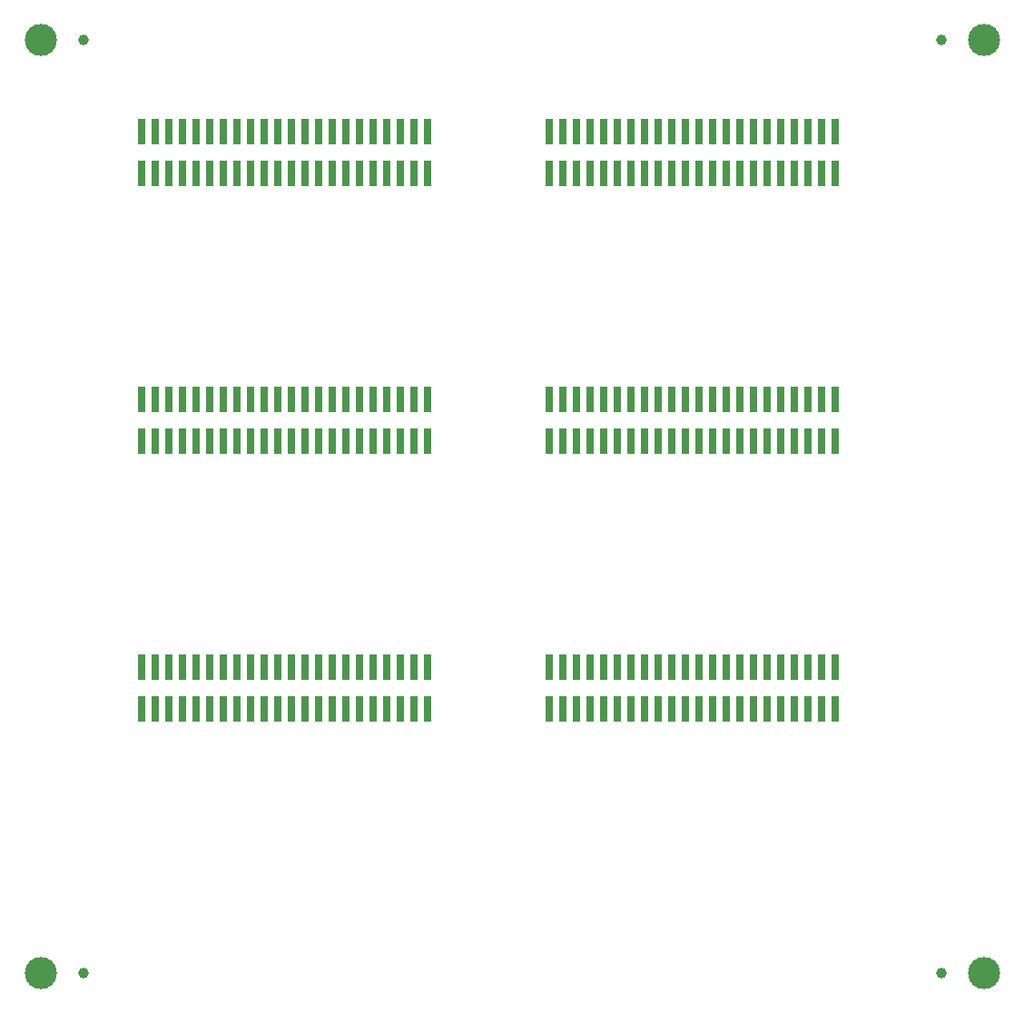
<source format=gbs>
G04 #@! TF.GenerationSoftware,KiCad,Pcbnew,6.0.7-f9a2dced07~116~ubuntu22.04.1*
G04 #@! TF.CreationDate,2022-09-22T09:51:42+10:00*
G04 #@! TF.ProjectId,panel,70616e65-6c2e-46b6-9963-61645f706362,rev?*
G04 #@! TF.SameCoordinates,Original*
G04 #@! TF.FileFunction,Soldermask,Bot*
G04 #@! TF.FilePolarity,Negative*
%FSLAX46Y46*%
G04 Gerber Fmt 4.6, Leading zero omitted, Abs format (unit mm)*
G04 Created by KiCad (PCBNEW 6.0.7-f9a2dced07~116~ubuntu22.04.1) date 2022-09-22 09:51:42*
%MOMM*%
%LPD*%
G01*
G04 APERTURE LIST*
%ADD10C,3.000000*%
%ADD11R,0.740000X2.400000*%
%ADD12C,1.000000*%
G04 APERTURE END LIST*
D10*
X20000000Y-20000000D03*
X108000000Y-20000000D03*
X20000000Y-107000000D03*
X108000000Y-107000000D03*
D11*
X56135000Y-32400000D03*
X56135000Y-28500000D03*
X54865000Y-32400000D03*
X54865000Y-28500000D03*
X53595000Y-32400000D03*
X53595000Y-28500000D03*
X52325000Y-32400000D03*
X52325000Y-28500000D03*
X51055000Y-32400000D03*
X51055000Y-28500000D03*
X49785000Y-32400000D03*
X49785000Y-28500000D03*
X48515000Y-32400000D03*
X48515000Y-28500000D03*
X47245000Y-32400000D03*
X47245000Y-28500000D03*
X45975000Y-32400000D03*
X45975000Y-28500000D03*
X44705000Y-32400000D03*
X44705000Y-28500000D03*
X43435000Y-32400000D03*
X43435000Y-28500000D03*
X42165000Y-32400000D03*
X42165000Y-28500000D03*
X40895000Y-32400000D03*
X40895000Y-28500000D03*
X39625000Y-32400000D03*
X39625000Y-28500000D03*
X38355000Y-32400000D03*
X38355000Y-28500000D03*
X37085000Y-32400000D03*
X37085000Y-28500000D03*
X35815000Y-32400000D03*
X35815000Y-28500000D03*
X34545000Y-32400000D03*
X34545000Y-28500000D03*
X33275000Y-32400000D03*
X33275000Y-28500000D03*
X32005000Y-32400000D03*
X32005000Y-28500000D03*
X30735000Y-32400000D03*
X30735000Y-28500000D03*
X29465000Y-32400000D03*
X29465000Y-28500000D03*
D12*
X104000000Y-107000000D03*
X24000000Y-20000000D03*
D11*
X94135000Y-82400000D03*
X94135000Y-78500000D03*
X92865000Y-82400000D03*
X92865000Y-78500000D03*
X91595000Y-82400000D03*
X91595000Y-78500000D03*
X90325000Y-82400000D03*
X90325000Y-78500000D03*
X89055000Y-82400000D03*
X89055000Y-78500000D03*
X87785000Y-82400000D03*
X87785000Y-78500000D03*
X86515000Y-82400000D03*
X86515000Y-78500000D03*
X85245000Y-82400000D03*
X85245000Y-78500000D03*
X83975000Y-82400000D03*
X83975000Y-78500000D03*
X82705000Y-82400000D03*
X82705000Y-78500000D03*
X81435000Y-82400000D03*
X81435000Y-78500000D03*
X80165000Y-82400000D03*
X80165000Y-78500000D03*
X78895000Y-82400000D03*
X78895000Y-78500000D03*
X77625000Y-82400000D03*
X77625000Y-78500000D03*
X76355000Y-82400000D03*
X76355000Y-78500000D03*
X75085000Y-82400000D03*
X75085000Y-78500000D03*
X73815000Y-82400000D03*
X73815000Y-78500000D03*
X72545000Y-82400000D03*
X72545000Y-78500000D03*
X71275000Y-82400000D03*
X71275000Y-78500000D03*
X70005000Y-82400000D03*
X70005000Y-78500000D03*
X68735000Y-82400000D03*
X68735000Y-78500000D03*
X67465000Y-82400000D03*
X67465000Y-78500000D03*
X56135000Y-82400000D03*
X56135000Y-78500000D03*
X54865000Y-82400000D03*
X54865000Y-78500000D03*
X53595000Y-82400000D03*
X53595000Y-78500000D03*
X52325000Y-82400000D03*
X52325000Y-78500000D03*
X51055000Y-82400000D03*
X51055000Y-78500000D03*
X49785000Y-82400000D03*
X49785000Y-78500000D03*
X48515000Y-82400000D03*
X48515000Y-78500000D03*
X47245000Y-82400000D03*
X47245000Y-78500000D03*
X45975000Y-82400000D03*
X45975000Y-78500000D03*
X44705000Y-82400000D03*
X44705000Y-78500000D03*
X43435000Y-82400000D03*
X43435000Y-78500000D03*
X42165000Y-82400000D03*
X42165000Y-78500000D03*
X40895000Y-82400000D03*
X40895000Y-78500000D03*
X39625000Y-82400000D03*
X39625000Y-78500000D03*
X38355000Y-82400000D03*
X38355000Y-78500000D03*
X37085000Y-82400000D03*
X37085000Y-78500000D03*
X35815000Y-82400000D03*
X35815000Y-78500000D03*
X34545000Y-82400000D03*
X34545000Y-78500000D03*
X33275000Y-82400000D03*
X33275000Y-78500000D03*
X32005000Y-82400000D03*
X32005000Y-78500000D03*
X30735000Y-82400000D03*
X30735000Y-78500000D03*
X29465000Y-82400000D03*
X29465000Y-78500000D03*
D12*
X104000000Y-20000000D03*
X24000000Y-107000000D03*
D11*
X94135000Y-32400000D03*
X94135000Y-28500000D03*
X92865000Y-32400000D03*
X92865000Y-28500000D03*
X91595000Y-32400000D03*
X91595000Y-28500000D03*
X90325000Y-32400000D03*
X90325000Y-28500000D03*
X89055000Y-32400000D03*
X89055000Y-28500000D03*
X87785000Y-32400000D03*
X87785000Y-28500000D03*
X86515000Y-32400000D03*
X86515000Y-28500000D03*
X85245000Y-32400000D03*
X85245000Y-28500000D03*
X83975000Y-32400000D03*
X83975000Y-28500000D03*
X82705000Y-32400000D03*
X82705000Y-28500000D03*
X81435000Y-32400000D03*
X81435000Y-28500000D03*
X80165000Y-32400000D03*
X80165000Y-28500000D03*
X78895000Y-32400000D03*
X78895000Y-28500000D03*
X77625000Y-32400000D03*
X77625000Y-28500000D03*
X76355000Y-32400000D03*
X76355000Y-28500000D03*
X75085000Y-32400000D03*
X75085000Y-28500000D03*
X73815000Y-32400000D03*
X73815000Y-28500000D03*
X72545000Y-32400000D03*
X72545000Y-28500000D03*
X71275000Y-32400000D03*
X71275000Y-28500000D03*
X70005000Y-32400000D03*
X70005000Y-28500000D03*
X68735000Y-32400000D03*
X68735000Y-28500000D03*
X67465000Y-32400000D03*
X67465000Y-28500000D03*
X56135000Y-57400000D03*
X56135000Y-53500000D03*
X54865000Y-57400000D03*
X54865000Y-53500000D03*
X53595000Y-57400000D03*
X53595000Y-53500000D03*
X52325000Y-57400000D03*
X52325000Y-53500000D03*
X51055000Y-57400000D03*
X51055000Y-53500000D03*
X49785000Y-57400000D03*
X49785000Y-53500000D03*
X48515000Y-57400000D03*
X48515000Y-53500000D03*
X47245000Y-57400000D03*
X47245000Y-53500000D03*
X45975000Y-57400000D03*
X45975000Y-53500000D03*
X44705000Y-57400000D03*
X44705000Y-53500000D03*
X43435000Y-57400000D03*
X43435000Y-53500000D03*
X42165000Y-57400000D03*
X42165000Y-53500000D03*
X40895000Y-57400000D03*
X40895000Y-53500000D03*
X39625000Y-57400000D03*
X39625000Y-53500000D03*
X38355000Y-57400000D03*
X38355000Y-53500000D03*
X37085000Y-57400000D03*
X37085000Y-53500000D03*
X35815000Y-57400000D03*
X35815000Y-53500000D03*
X34545000Y-57400000D03*
X34545000Y-53500000D03*
X33275000Y-57400000D03*
X33275000Y-53500000D03*
X32005000Y-57400000D03*
X32005000Y-53500000D03*
X30735000Y-57400000D03*
X30735000Y-53500000D03*
X29465000Y-57400000D03*
X29465000Y-53500000D03*
X94135000Y-57400000D03*
X94135000Y-53500000D03*
X92865000Y-57400000D03*
X92865000Y-53500000D03*
X91595000Y-57400000D03*
X91595000Y-53500000D03*
X90325000Y-57400000D03*
X90325000Y-53500000D03*
X89055000Y-57400000D03*
X89055000Y-53500000D03*
X87785000Y-57400000D03*
X87785000Y-53500000D03*
X86515000Y-57400000D03*
X86515000Y-53500000D03*
X85245000Y-57400000D03*
X85245000Y-53500000D03*
X83975000Y-57400000D03*
X83975000Y-53500000D03*
X82705000Y-57400000D03*
X82705000Y-53500000D03*
X81435000Y-57400000D03*
X81435000Y-53500000D03*
X80165000Y-57400000D03*
X80165000Y-53500000D03*
X78895000Y-57400000D03*
X78895000Y-53500000D03*
X77625000Y-57400000D03*
X77625000Y-53500000D03*
X76355000Y-57400000D03*
X76355000Y-53500000D03*
X75085000Y-57400000D03*
X75085000Y-53500000D03*
X73815000Y-57400000D03*
X73815000Y-53500000D03*
X72545000Y-57400000D03*
X72545000Y-53500000D03*
X71275000Y-57400000D03*
X71275000Y-53500000D03*
X70005000Y-57400000D03*
X70005000Y-53500000D03*
X68735000Y-57400000D03*
X68735000Y-53500000D03*
X67465000Y-57400000D03*
X67465000Y-53500000D03*
M02*

</source>
